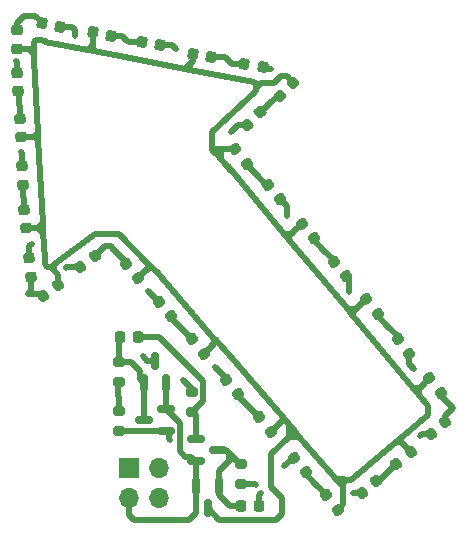
<source format=gbr>
%TF.GenerationSoftware,KiCad,Pcbnew,8.0.5*%
%TF.CreationDate,2024-10-10T15:52:27-04:00*%
%TF.ProjectId,MovieMarqueeSAO,4d6f7669-654d-4617-9271-75656553414f,rev?*%
%TF.SameCoordinates,Original*%
%TF.FileFunction,Copper,L1,Top*%
%TF.FilePolarity,Positive*%
%FSLAX46Y46*%
G04 Gerber Fmt 4.6, Leading zero omitted, Abs format (unit mm)*
G04 Created by KiCad (PCBNEW 8.0.5) date 2024-10-10 15:52:27*
%MOMM*%
%LPD*%
G01*
G04 APERTURE LIST*
G04 Aperture macros list*
%AMRoundRect*
0 Rectangle with rounded corners*
0 $1 Rounding radius*
0 $2 $3 $4 $5 $6 $7 $8 $9 X,Y pos of 4 corners*
0 Add a 4 corners polygon primitive as box body*
4,1,4,$2,$3,$4,$5,$6,$7,$8,$9,$2,$3,0*
0 Add four circle primitives for the rounded corners*
1,1,$1+$1,$2,$3*
1,1,$1+$1,$4,$5*
1,1,$1+$1,$6,$7*
1,1,$1+$1,$8,$9*
0 Add four rect primitives between the rounded corners*
20,1,$1+$1,$2,$3,$4,$5,0*
20,1,$1+$1,$4,$5,$6,$7,0*
20,1,$1+$1,$6,$7,$8,$9,0*
20,1,$1+$1,$8,$9,$2,$3,0*%
G04 Aperture macros list end*
%TA.AperFunction,ComponentPad*%
%ADD10O,1.700000X1.700000*%
%TD*%
%TA.AperFunction,ComponentPad*%
%ADD11R,1.700000X1.700000*%
%TD*%
%TA.AperFunction,SMDPad,CuDef*%
%ADD12RoundRect,0.218750X-0.002858X-0.336909X0.332287X-0.055689X0.002858X0.336909X-0.332287X0.055689X0*%
%TD*%
%TA.AperFunction,SMDPad,CuDef*%
%ADD13RoundRect,0.218750X0.002858X0.336909X-0.332287X0.055689X-0.002858X-0.336909X0.332287X-0.055689X0*%
%TD*%
%TA.AperFunction,SMDPad,CuDef*%
%ADD14RoundRect,0.218750X-0.336909X0.002858X-0.055689X-0.332287X0.336909X-0.002858X0.055689X0.332287X0*%
%TD*%
%TA.AperFunction,SMDPad,CuDef*%
%ADD15RoundRect,0.200000X0.275000X-0.200000X0.275000X0.200000X-0.275000X0.200000X-0.275000X-0.200000X0*%
%TD*%
%TA.AperFunction,SMDPad,CuDef*%
%ADD16RoundRect,0.200000X-0.275000X0.200000X-0.275000X-0.200000X0.275000X-0.200000X0.275000X0.200000X0*%
%TD*%
%TA.AperFunction,SMDPad,CuDef*%
%ADD17RoundRect,0.150000X-0.150000X0.587500X-0.150000X-0.587500X0.150000X-0.587500X0.150000X0.587500X0*%
%TD*%
%TA.AperFunction,SMDPad,CuDef*%
%ADD18RoundRect,0.150000X-0.587500X-0.150000X0.587500X-0.150000X0.587500X0.150000X-0.587500X0.150000X0*%
%TD*%
%TA.AperFunction,SMDPad,CuDef*%
%ADD19RoundRect,0.150000X0.587500X0.150000X-0.587500X0.150000X-0.587500X-0.150000X0.587500X-0.150000X0*%
%TD*%
%TA.AperFunction,SMDPad,CuDef*%
%ADD20RoundRect,0.218750X0.336909X-0.002858X0.055689X0.332287X-0.336909X0.002858X-0.055689X-0.332287X0*%
%TD*%
%TA.AperFunction,SMDPad,CuDef*%
%ADD21RoundRect,0.218750X0.008902X-0.336803X0.334028X-0.044059X-0.008902X0.336803X-0.334028X0.044059X0*%
%TD*%
%TA.AperFunction,SMDPad,CuDef*%
%ADD22RoundRect,0.218750X-0.026517X0.335876X-0.335876X0.026517X0.026517X-0.335876X0.335876X-0.026517X0*%
%TD*%
%TA.AperFunction,SMDPad,CuDef*%
%ADD23RoundRect,0.218750X0.263626X0.209802X-0.165836X0.293281X-0.263626X-0.209802X0.165836X-0.293281X0*%
%TD*%
%TA.AperFunction,SMDPad,CuDef*%
%ADD24RoundRect,0.218750X-0.263626X-0.209802X0.165836X-0.293281X0.263626X0.209802X-0.165836X0.293281X0*%
%TD*%
%TA.AperFunction,SMDPad,CuDef*%
%ADD25RoundRect,0.218750X0.259924X0.214371X-0.170929X0.290343X-0.259924X-0.214371X0.170929X-0.290343X0*%
%TD*%
%TA.AperFunction,SMDPad,CuDef*%
%ADD26RoundRect,0.218750X-0.259924X-0.214371X0.170929X-0.290343X0.259924X0.214371X-0.170929X0.290343X0*%
%TD*%
%TA.AperFunction,SMDPad,CuDef*%
%ADD27RoundRect,0.218750X0.252393X-0.223189X0.260029X0.214245X-0.252393X0.223189X-0.260029X-0.214245X0*%
%TD*%
%TA.AperFunction,SMDPad,CuDef*%
%ADD28RoundRect,0.218750X-0.267347X0.205039X-0.244450X-0.231861X0.267347X-0.205039X0.244450X0.231861X0*%
%TD*%
%TA.AperFunction,SMDPad,CuDef*%
%ADD29RoundRect,0.218750X0.270885X-0.200342X0.240367X0.236092X-0.270885X0.200342X-0.240367X-0.236092X0*%
%TD*%
%TA.AperFunction,SMDPad,CuDef*%
%ADD30RoundRect,0.218750X-0.270885X0.200342X-0.240367X-0.236092X0.270885X-0.200342X0.240367X0.236092X0*%
%TD*%
%TA.AperFunction,SMDPad,CuDef*%
%ADD31RoundRect,0.218750X-0.280999X0.185890X-0.227681X-0.248348X0.280999X-0.185890X0.227681X0.248348X0*%
%TD*%
%TA.AperFunction,SMDPad,CuDef*%
%ADD32RoundRect,0.218750X0.026352X0.335889X-0.327592X0.078733X-0.026352X-0.335889X0.327592X-0.078733X0*%
%TD*%
%TA.AperFunction,SMDPad,CuDef*%
%ADD33RoundRect,0.218750X-0.020486X-0.336297X0.328917X-0.073003X0.020486X0.336297X-0.328917X0.073003X0*%
%TD*%
%TA.AperFunction,SMDPad,CuDef*%
%ADD34RoundRect,0.225000X-0.225000X-0.250000X0.225000X-0.250000X0.225000X0.250000X-0.225000X0.250000X0*%
%TD*%
%TA.AperFunction,SMDPad,CuDef*%
%ADD35RoundRect,0.225000X0.225000X0.250000X-0.225000X0.250000X-0.225000X-0.250000X0.225000X-0.250000X0*%
%TD*%
%TA.AperFunction,SMDPad,CuDef*%
%ADD36RoundRect,0.150000X0.150000X-0.587500X0.150000X0.587500X-0.150000X0.587500X-0.150000X-0.587500X0*%
%TD*%
%TA.AperFunction,ViaPad*%
%ADD37C,0.350000*%
%TD*%
%TA.AperFunction,Conductor*%
%ADD38C,0.500000*%
%TD*%
G04 APERTURE END LIST*
D10*
%TO.P,J1,4,Pin_4*%
%TO.N,unconnected-(J1-Pin_4-Pad4)*%
X139800000Y-116700000D03*
%TO.P,J1,3,Pin_3*%
%TO.N,GND*%
X137260000Y-116700000D03*
%TO.P,J1,2,Pin_2*%
%TO.N,unconnected-(J1-Pin_2-Pad2)*%
X139800000Y-114160000D03*
D11*
%TO.P,J1,1,Pin_1*%
%TO.N,+3.3V*%
X137260000Y-114160000D03*
%TD*%
D12*
%TO.P,D32,2,A*%
%TO.N,+3.3V*%
X158200000Y-115300000D03*
%TO.P,D32,1,K*%
%TO.N,LEDp_out*%
X156993482Y-116312390D03*
%TD*%
D13*
%TO.P,D31,1,K*%
%TO.N,LEDn_out*%
X161103259Y-112793805D03*
%TO.P,D31,2,A*%
%TO.N,+3.3V*%
X159896741Y-113806195D03*
%TD*%
D12*
%TO.P,D30,1,K*%
%TO.N,LEDp_out*%
X162800000Y-111300000D03*
%TO.P,D30,2,A*%
%TO.N,+3.3V*%
X164006518Y-110287610D03*
%TD*%
D14*
%TO.P,D29,1,K*%
%TO.N,LEDn_out*%
X162687610Y-106593482D03*
%TO.P,D29,2,A*%
%TO.N,+3.3V*%
X163700000Y-107800000D03*
%TD*%
D15*
%TO.P,R4,1*%
%TO.N,+3.3V*%
X136400000Y-106850000D03*
%TO.P,R4,2*%
%TO.N,Net-(Q1-C)*%
X136400000Y-105200000D03*
%TD*%
D16*
%TO.P,R3,1*%
%TO.N,+3.3V*%
X142600000Y-107750000D03*
%TO.P,R3,2*%
%TO.N,Net-(Q2-B)*%
X142600000Y-109400000D03*
%TD*%
%TO.P,R2,1*%
%TO.N,+3.3V*%
X136400000Y-109350000D03*
%TO.P,R2,2*%
%TO.N,Net-(Q1-B)*%
X136400000Y-111000000D03*
%TD*%
D15*
%TO.P,R1,1*%
%TO.N,+3.3V*%
X146700000Y-115500000D03*
%TO.P,R1,2*%
%TO.N,Net-(Q2-C)*%
X146700000Y-113850000D03*
%TD*%
D17*
%TO.P,Q4,3,C*%
%TO.N,LEDn_out*%
X143900000Y-117600000D03*
%TO.P,Q4,2,E*%
%TO.N,GND*%
X142950000Y-115725000D03*
%TO.P,Q4,1,B*%
%TO.N,Net-(Q2-C)*%
X144850000Y-115725000D03*
%TD*%
D18*
%TO.P,Q2,1,B*%
%TO.N,Net-(Q2-B)*%
X142925000Y-111700000D03*
%TO.P,Q2,2,E*%
%TO.N,GND*%
X142925000Y-113600000D03*
%TO.P,Q2,3,C*%
%TO.N,Net-(Q2-C)*%
X144800000Y-112650000D03*
%TD*%
D19*
%TO.P,Q1,1,B*%
%TO.N,Net-(Q1-B)*%
X140362500Y-111037500D03*
%TO.P,Q1,2,E*%
%TO.N,GND*%
X140362500Y-109137500D03*
%TO.P,Q1,3,C*%
%TO.N,Net-(Q1-C)*%
X138487500Y-110087500D03*
%TD*%
D20*
%TO.P,D28,1,K*%
%TO.N,LEDp_out*%
X161000000Y-104500000D03*
%TO.P,D28,2,A*%
%TO.N,+3.3V*%
X159987610Y-103293482D03*
%TD*%
D14*
%TO.P,D27,1,K*%
%TO.N,LEDn_out*%
X157293805Y-99896741D03*
%TO.P,D27,2,A*%
%TO.N,+3.3V*%
X158306195Y-101103259D03*
%TD*%
D20*
%TO.P,D26,1,K*%
%TO.N,LEDp_out*%
X155600000Y-97900000D03*
%TO.P,D26,2,A*%
%TO.N,+3.3V*%
X154587610Y-96693482D03*
%TD*%
D14*
%TO.P,D25,1,K*%
%TO.N,LEDn_out*%
X151887610Y-93493482D03*
%TO.P,D25,2,A*%
%TO.N,+3.3V*%
X152900000Y-94700000D03*
%TD*%
D20*
%TO.P,D24,1,K*%
%TO.N,LEDp_out*%
X150000000Y-91400000D03*
%TO.P,D24,2,A*%
%TO.N,+3.3V*%
X148987610Y-90193482D03*
%TD*%
D14*
%TO.P,D23,1,K*%
%TO.N,LEDn_out*%
X146193805Y-87196741D03*
%TO.P,D23,2,A*%
%TO.N,+3.3V*%
X147206195Y-88403259D03*
%TD*%
D21*
%TO.P,D22,2,A*%
%TO.N,+3.3V*%
X148385227Y-84073063D03*
%TO.P,D22,1,K*%
%TO.N,LEDp_out*%
X147214773Y-85126937D03*
%TD*%
D22*
%TO.P,D21,1,K*%
%TO.N,LEDn_out*%
X151156844Y-81543151D03*
%TO.P,D21,2,A*%
%TO.N,+3.3V*%
X150043156Y-82656849D03*
%TD*%
D23*
%TO.P,D20,1,K*%
%TO.N,LEDp_out*%
X148573031Y-80250262D03*
%TO.P,D20,2,A*%
%TO.N,+3.3V*%
X147026969Y-79949738D03*
%TD*%
D24*
%TO.P,D19,1,K*%
%TO.N,LEDn_out*%
X142653938Y-79099476D03*
%TO.P,D19,2,A*%
%TO.N,+3.3V*%
X144200000Y-79400000D03*
%TD*%
D25*
%TO.P,D18,1,K*%
%TO.N,LEDp_out*%
X139875536Y-78400000D03*
%TO.P,D18,2,A*%
%TO.N,+3.3V*%
X138324464Y-78126504D03*
%TD*%
D26*
%TO.P,D17,1,K*%
%TO.N,LEDn_out*%
X134200000Y-77300000D03*
%TO.P,D17,2,A*%
%TO.N,+3.3V*%
X135751072Y-77573496D03*
%TD*%
D25*
%TO.P,D16,1,K*%
%TO.N,LEDp_out*%
X131400000Y-76800000D03*
%TO.P,D16,2,A*%
%TO.N,+3.3V*%
X129848926Y-76526504D03*
%TD*%
D27*
%TO.P,D15,1,K*%
%TO.N,LEDn_out*%
X127772510Y-78674760D03*
%TO.P,D15,2,A*%
%TO.N,+3.3V*%
X127800000Y-77100000D03*
%TD*%
D28*
%TO.P,D14,2,A*%
%TO.N,+3.3V*%
X127841214Y-82272840D03*
%TO.P,D14,1,K*%
%TO.N,LEDp_out*%
X127758786Y-80700000D03*
%TD*%
D29*
%TO.P,D13,1,K*%
%TO.N,LEDn_out*%
X128100000Y-86171162D03*
%TO.P,D13,2,A*%
%TO.N,+3.3V*%
X127990134Y-84600000D03*
%TD*%
D30*
%TO.P,D12,1,K*%
%TO.N,LEDp_out*%
X128200000Y-88600000D03*
%TO.P,D12,2,A*%
%TO.N,+3.3V*%
X128309866Y-90171162D03*
%TD*%
D29*
%TO.P,D11,1,K*%
%TO.N,LEDn_out*%
X128509866Y-93871162D03*
%TO.P,D11,2,A*%
%TO.N,+3.3V*%
X128400000Y-92300000D03*
%TD*%
D31*
%TO.P,D10,2,A*%
%TO.N,+3.3V*%
X128995972Y-97981630D03*
%TO.P,D10,1,K*%
%TO.N,LEDp_out*%
X128804028Y-96418370D03*
%TD*%
D32*
%TO.P,D9,1,K*%
%TO.N,LEDn_out*%
X131274200Y-98674236D03*
%TO.P,D9,2,A*%
%TO.N,+3.3V*%
X130000000Y-99600000D03*
%TD*%
D33*
%TO.P,D8,1,K*%
%TO.N,LEDp_out*%
X133142152Y-97147860D03*
%TO.P,D8,2,A*%
%TO.N,+3.3V*%
X134400000Y-96200000D03*
%TD*%
D20*
%TO.P,D7,2,A*%
%TO.N,+3.3V*%
X136993805Y-96896740D03*
%TO.P,D7,1,K*%
%TO.N,LEDn_out*%
X138006195Y-98103260D03*
%TD*%
D14*
%TO.P,D6,1,K*%
%TO.N,LEDp_out*%
X139787610Y-100093480D03*
%TO.P,D6,2,A*%
%TO.N,+3.3V*%
X140800000Y-101300000D03*
%TD*%
D20*
%TO.P,D5,1,K*%
%TO.N,LEDn_out*%
X143600000Y-104500000D03*
%TO.P,D5,2,A*%
%TO.N,+3.3V*%
X142587610Y-103293480D03*
%TD*%
D14*
%TO.P,D4,1,K*%
%TO.N,LEDp_out*%
X145487610Y-106693480D03*
%TO.P,D4,2,A*%
%TO.N,+3.3V*%
X146500000Y-107900000D03*
%TD*%
D20*
%TO.P,D3,1,K*%
%TO.N,LEDn_out*%
X149300000Y-111100000D03*
%TO.P,D3,2,A*%
%TO.N,+3.3V*%
X148287610Y-109893480D03*
%TD*%
D14*
%TO.P,D2,2,A*%
%TO.N,+3.3V*%
X152200000Y-114500000D03*
%TO.P,D2,1,K*%
%TO.N,LEDp_out*%
X151187610Y-113293480D03*
%TD*%
D20*
%TO.P,D1,1,K*%
%TO.N,LEDn_out*%
X154906195Y-117703260D03*
%TO.P,D1,2,A*%
%TO.N,+3.3V*%
X153893805Y-116496740D03*
%TD*%
D34*
%TO.P,C2,2*%
%TO.N,Net-(Q1-B)*%
X148274996Y-117399999D03*
%TO.P,C2,1*%
%TO.N,Net-(Q2-C)*%
X146725004Y-117400001D03*
%TD*%
D35*
%TO.P,C1,1*%
%TO.N,Net-(Q2-B)*%
X138000000Y-103100000D03*
%TO.P,C1,2*%
%TO.N,Net-(Q1-C)*%
X136450000Y-103100000D03*
%TD*%
D36*
%TO.P,Q3,1,B*%
%TO.N,Net-(Q1-C)*%
X138500000Y-106975000D03*
%TO.P,Q3,2,E*%
%TO.N,GND*%
X140400000Y-106975000D03*
%TO.P,Q3,3,C*%
%TO.N,LEDp_out*%
X139450000Y-105100000D03*
%TD*%
D37*
%TO.N,LEDp_out*%
X138400000Y-104700000D03*
%TO.N,Net-(Q1-B)*%
X140700000Y-111800000D03*
X148400000Y-116300000D03*
%TO.N,+3.3V*%
X148000000Y-115600000D03*
X141800000Y-106700000D03*
X136300000Y-108100000D03*
%TO.N,LEDp_out*%
X149300000Y-80400000D03*
X161400000Y-105800000D03*
X161900000Y-111500000D03*
X156200000Y-116300000D03*
X150400000Y-114000000D03*
X144500000Y-105600000D03*
X138900000Y-99200000D03*
X131900000Y-97200000D03*
X129000000Y-95200000D03*
X128100000Y-87400000D03*
X127700000Y-79700000D03*
X132700000Y-77600000D03*
X141200000Y-78700000D03*
X145900000Y-85700000D03*
X150600000Y-92800000D03*
X155900000Y-99300000D03*
%TO.N,+3.3V*%
X141700000Y-102400000D03*
X147400000Y-109000000D03*
X153100000Y-115600000D03*
X159100000Y-114600000D03*
X164700000Y-109100000D03*
X159200000Y-102200000D03*
X153700000Y-95700000D03*
X148000000Y-89300000D03*
X149200000Y-83300000D03*
X145700000Y-79700000D03*
X137000000Y-77900000D03*
X128400000Y-75900000D03*
X127900000Y-83400000D03*
X128300000Y-91200000D03*
X128700000Y-99400000D03*
X135900000Y-95600000D03*
%TD*%
D38*
%TO.N,LEDn_out*%
X145864911Y-104738459D02*
X144535088Y-103261540D01*
%TO.N,LEDp_out*%
X128804028Y-96418370D02*
X128804028Y-95395972D01*
X128804028Y-95395972D02*
X129000000Y-95200000D01*
X132700000Y-77100000D02*
X132700000Y-77600000D01*
%TO.N,LEDn_out*%
X149300000Y-111100000D02*
X150168166Y-110231834D01*
X150168166Y-110231834D02*
X150568166Y-110231834D01*
%TO.N,LEDp_out*%
X161000000Y-104500000D02*
X161000000Y-105400000D01*
X161000000Y-105400000D02*
X161400000Y-105800000D01*
X150600000Y-92800000D02*
X150600000Y-92000000D01*
X150600000Y-92000000D02*
X150000000Y-91400000D01*
X155900000Y-99300000D02*
X155900000Y-98200000D01*
X155900000Y-98200000D02*
X155600000Y-97900000D01*
X162800000Y-111300000D02*
X162100000Y-111300000D01*
X162100000Y-111300000D02*
X161900000Y-111500000D01*
X156993482Y-116312390D02*
X156212390Y-116312390D01*
X156212390Y-116312390D02*
X156200000Y-116300000D01*
X139450000Y-105100000D02*
X138800000Y-105100000D01*
X138800000Y-105100000D02*
X138400000Y-104700000D01*
X133142152Y-97147860D02*
X131952140Y-97147860D01*
X131952140Y-97147860D02*
X131900000Y-97200000D01*
X149300000Y-80400000D02*
X148722769Y-80400000D01*
X148722769Y-80400000D02*
X148573031Y-80250262D01*
X148573031Y-80250262D02*
X148449738Y-80250262D01*
%TO.N,Net-(Q1-B)*%
X140362500Y-111037500D02*
X140600000Y-111275000D01*
X140600000Y-111275000D02*
X140600000Y-111700000D01*
X140600000Y-111700000D02*
X140700000Y-111800000D01*
X148274996Y-117399999D02*
X148274996Y-116425004D01*
X148274996Y-116425004D02*
X148400000Y-116300000D01*
%TO.N,LEDp_out*%
X151187610Y-113293480D02*
X151106520Y-113293480D01*
X151106520Y-113293480D02*
X150400000Y-114000000D01*
%TO.N,LEDn_out*%
X150784254Y-111515746D02*
X150784254Y-110447922D01*
X150784254Y-110447922D02*
X150568166Y-110231834D01*
X151684254Y-111515746D02*
X151219217Y-110980783D01*
X151219217Y-110980783D02*
X150568166Y-110231834D01*
X150784254Y-111515746D02*
X151219217Y-111080783D01*
X151219217Y-111080783D02*
X151219217Y-110980783D01*
X154800000Y-115100000D02*
X151684254Y-111515746D01*
X143900000Y-117600000D02*
X144900000Y-118600000D01*
X144900000Y-118600000D02*
X149700000Y-118600000D01*
X149700000Y-118600000D02*
X150200000Y-118100000D01*
X149300000Y-113000000D02*
X150784254Y-111515746D01*
X150200000Y-118100000D02*
X150200000Y-116700000D01*
X149300000Y-115800000D02*
X149300000Y-113000000D01*
X150200000Y-116700000D02*
X149300000Y-115800000D01*
X150784254Y-111515746D02*
X151684254Y-111515746D01*
%TO.N,GND*%
X142950000Y-115725000D02*
X142950000Y-117950000D01*
X142950000Y-117950000D02*
X142300000Y-118600000D01*
X142300000Y-118600000D02*
X137700000Y-118600000D01*
X137700000Y-118600000D02*
X137260000Y-118160000D01*
X137260000Y-118160000D02*
X137260000Y-116700000D01*
%TO.N,+3.3V*%
X146700000Y-115500000D02*
X147900000Y-115500000D01*
X147900000Y-115500000D02*
X148000000Y-115600000D01*
%TO.N,Net-(Q2-B)*%
X142600000Y-109400000D02*
X143525000Y-108475000D01*
X143525000Y-108475000D02*
X143525000Y-106825000D01*
X143525000Y-106825000D02*
X139800000Y-103100000D01*
X139800000Y-103100000D02*
X138000000Y-103100000D01*
X142925000Y-111700000D02*
X142925000Y-109725000D01*
X142925000Y-109725000D02*
X142600000Y-109400000D01*
%TO.N,Net-(Q1-C)*%
X136400000Y-105200000D02*
X136400000Y-103150000D01*
X136400000Y-103150000D02*
X136450000Y-103100000D01*
%TO.N,+3.3V*%
X142600000Y-107750000D02*
X142600000Y-107500000D01*
X142600000Y-107500000D02*
X141800000Y-106700000D01*
X136300000Y-108100000D02*
X136300000Y-106950000D01*
X136300000Y-106950000D02*
X136400000Y-106850000D01*
X136400000Y-109350000D02*
X136400000Y-108200000D01*
X136400000Y-108200000D02*
X136300000Y-108100000D01*
%TO.N,Net-(Q1-B)*%
X136400000Y-111000000D02*
X140325000Y-111000000D01*
X140325000Y-111000000D02*
X140362500Y-111037500D01*
%TO.N,Net-(Q1-C)*%
X138500000Y-106975000D02*
X138500000Y-110075000D01*
X138500000Y-110075000D02*
X138487500Y-110087500D01*
X136400000Y-105200000D02*
X137400000Y-105200000D01*
X137400000Y-105200000D02*
X138200000Y-106000000D01*
X138200000Y-106000000D02*
X138200000Y-106675000D01*
X138200000Y-106675000D02*
X138500000Y-106975000D01*
%TO.N,GND*%
X140362500Y-109137500D02*
X140362500Y-107012500D01*
X140362500Y-107012500D02*
X140400000Y-106975000D01*
X140362500Y-109137500D02*
X141550000Y-110325000D01*
X141550000Y-110325000D02*
X141550000Y-112750000D01*
X141550000Y-112750000D02*
X142000000Y-113200000D01*
X142000000Y-113200000D02*
X142525000Y-113200000D01*
X142525000Y-113200000D02*
X142925000Y-113600000D01*
X142950000Y-115725000D02*
X142950000Y-113625000D01*
X142950000Y-113625000D02*
X142925000Y-113600000D01*
%TO.N,Net-(Q2-C)*%
X146725004Y-117400001D02*
X145800001Y-117400001D01*
X145800001Y-117400001D02*
X144850000Y-116450000D01*
X144850000Y-116450000D02*
X144850000Y-115725000D01*
X146075000Y-113225000D02*
X146325000Y-113475000D01*
X146325000Y-113475000D02*
X146700000Y-113850000D01*
X145750000Y-113550000D02*
X145900000Y-113400000D01*
X145900000Y-113400000D02*
X146250000Y-113400000D01*
X146250000Y-113400000D02*
X146325000Y-113475000D01*
X145550000Y-113750000D02*
X146075000Y-113225000D01*
X144850000Y-114450000D02*
X145550000Y-113750000D01*
X145500000Y-112650000D02*
X145725000Y-112875000D01*
X145725000Y-112875000D02*
X146075000Y-113225000D01*
X145550000Y-113750000D02*
X145750000Y-113550000D01*
X145750000Y-113550000D02*
X145750000Y-112900000D01*
X145750000Y-112900000D02*
X145725000Y-112875000D01*
X144850000Y-115725000D02*
X144850000Y-114450000D01*
X144800000Y-112650000D02*
X145500000Y-112650000D01*
%TO.N,LEDp_out*%
X145487610Y-106693480D02*
X145487610Y-106587610D01*
X145487610Y-106587610D02*
X144500000Y-105600000D01*
X139787610Y-100093480D02*
X139787610Y-100087610D01*
X139787610Y-100087610D02*
X138900000Y-99200000D01*
X139875536Y-78400000D02*
X140900000Y-78400000D01*
X140900000Y-78400000D02*
X141200000Y-78700000D01*
X147214773Y-85126937D02*
X146473063Y-85126937D01*
X146473063Y-85126937D02*
X145900000Y-85700000D01*
X150000000Y-91400000D02*
X150000000Y-91600000D01*
X155600000Y-97900000D02*
X155600000Y-98100000D01*
X131400000Y-76800000D02*
X132400000Y-76800000D01*
X132400000Y-76800000D02*
X132700000Y-77100000D01*
X127758786Y-80700000D02*
X127758786Y-79758786D01*
X127758786Y-79758786D02*
X127700000Y-79700000D01*
X128200000Y-88600000D02*
X128200000Y-87500000D01*
X128200000Y-87500000D02*
X128100000Y-87400000D01*
%TO.N,+3.3V*%
X128700000Y-99400000D02*
X129800000Y-99400000D01*
X129800000Y-99400000D02*
X130000000Y-99600000D01*
X128995972Y-97981630D02*
X128995972Y-99104028D01*
X128995972Y-99104028D02*
X128700000Y-99400000D01*
X128400000Y-92300000D02*
X128400000Y-91300000D01*
X128400000Y-91300000D02*
X128300000Y-91200000D01*
X128309866Y-90171162D02*
X128309866Y-91190134D01*
X128309866Y-91190134D02*
X128300000Y-91200000D01*
X127900000Y-82331626D02*
X127841214Y-82272840D01*
X129848926Y-76526504D02*
X129848926Y-76448926D01*
X129848926Y-76448926D02*
X129300000Y-75900000D01*
X129300000Y-75900000D02*
X128400000Y-75900000D01*
X127800000Y-77100000D02*
X127800000Y-76500000D01*
X127800000Y-76500000D02*
X128400000Y-75900000D01*
X135751072Y-77573496D02*
X136673496Y-77573496D01*
X136673496Y-77573496D02*
X137000000Y-77900000D01*
X138324464Y-78126504D02*
X137226504Y-78126504D01*
X137226504Y-78126504D02*
X137000000Y-77900000D01*
X144200000Y-79400000D02*
X145400000Y-79400000D01*
X145400000Y-79400000D02*
X145700000Y-79700000D01*
X147026969Y-79949738D02*
X145949738Y-79949738D01*
X145949738Y-79949738D02*
X145700000Y-79700000D01*
X150043156Y-82656849D02*
X149843151Y-82656849D01*
X149843151Y-82656849D02*
X149200000Y-83300000D01*
X148385227Y-84073063D02*
X148426937Y-84073063D01*
X148426937Y-84073063D02*
X149200000Y-83300000D01*
X147206195Y-88403259D02*
X147206195Y-88506195D01*
X147206195Y-88506195D02*
X148000000Y-89300000D01*
X148987610Y-90193482D02*
X148893482Y-90193482D01*
X148893482Y-90193482D02*
X148000000Y-89300000D01*
X152900000Y-94700000D02*
X152900000Y-94900000D01*
X152900000Y-94900000D02*
X153700000Y-95700000D01*
X154587610Y-96693482D02*
X154587610Y-96587610D01*
X154587610Y-96587610D02*
X153700000Y-95700000D01*
X158306195Y-101103259D02*
X158306195Y-101306195D01*
X158306195Y-101306195D02*
X159200000Y-102200000D01*
X159987610Y-103293482D02*
X159987610Y-102987610D01*
X159987610Y-102987610D02*
X159200000Y-102200000D01*
X163700000Y-107800000D02*
X163700000Y-108100000D01*
X163700000Y-108100000D02*
X164700000Y-109100000D01*
X164006518Y-110287610D02*
X164006518Y-109793482D01*
X164006518Y-109793482D02*
X164700000Y-109100000D01*
X159896741Y-113806195D02*
X159893805Y-113806195D01*
X159893805Y-113806195D02*
X159100000Y-114600000D01*
X158200000Y-115300000D02*
X158400000Y-115300000D01*
X158400000Y-115300000D02*
X159100000Y-114600000D01*
X153893805Y-116496740D02*
X153893805Y-116393805D01*
X153893805Y-116393805D02*
X153100000Y-115600000D01*
X152200000Y-114500000D02*
X152200000Y-114700000D01*
X152200000Y-114700000D02*
X153100000Y-115600000D01*
X148287610Y-109893480D02*
X148287610Y-109887610D01*
X148287610Y-109887610D02*
X147400000Y-109000000D01*
X146500000Y-107900000D02*
X146500000Y-108100000D01*
X146500000Y-108100000D02*
X147400000Y-109000000D01*
X140800000Y-101300000D02*
X140800000Y-101500000D01*
X140800000Y-101500000D02*
X141700000Y-102400000D01*
X142587610Y-103293480D02*
X142587610Y-103287610D01*
X142587610Y-103287610D02*
X141700000Y-102400000D01*
X136993805Y-96896740D02*
X136993805Y-96693805D01*
X136993805Y-96693805D02*
X135900000Y-95600000D01*
X134400000Y-96200000D02*
X135200000Y-95400000D01*
X135700000Y-95400000D02*
X135900000Y-95600000D01*
X135200000Y-95400000D02*
X135700000Y-95400000D01*
%TO.N,LEDn_out*%
X130890628Y-97409372D02*
X130624394Y-97143137D01*
X131274200Y-97792943D02*
X130890628Y-97409372D01*
X134400000Y-94400000D02*
X131040684Y-96840684D01*
X131040684Y-96840684D02*
X130624394Y-97143137D01*
X130890628Y-97409372D02*
X130890628Y-96990740D01*
X130890628Y-96990740D02*
X131040684Y-96840684D01*
X131274200Y-98674236D02*
X131274200Y-97792943D01*
X130100000Y-96400000D02*
X129989944Y-94300000D01*
X129989944Y-94300000D02*
X129958499Y-93700000D01*
X129471615Y-93871162D02*
X129561106Y-93871162D01*
X129561106Y-93871162D02*
X129989944Y-94300000D01*
X129000000Y-93871162D02*
X129787337Y-93871162D01*
X128509866Y-93871162D02*
X129000000Y-93871162D01*
X129958499Y-93700000D02*
X129942777Y-93400000D01*
X129942777Y-93400000D02*
X129575923Y-86400000D01*
X129000000Y-93871162D02*
X129471615Y-93871162D01*
X129471615Y-93871162D02*
X129942777Y-93400000D01*
X129787337Y-93871162D02*
X129958499Y-93700000D01*
X129575923Y-86400000D02*
X129544478Y-85800000D01*
X129222239Y-86122239D02*
X129298162Y-86122239D01*
X129173316Y-86171162D02*
X129222239Y-86122239D01*
X129298162Y-86122239D02*
X129575923Y-86400000D01*
X129544478Y-85800000D02*
X129219677Y-79602425D01*
X128100000Y-86171162D02*
X129173316Y-86171162D01*
X129173316Y-86171162D02*
X129544478Y-85800000D01*
X129219677Y-79602425D02*
X129219677Y-79100000D01*
X129219677Y-79100000D02*
X129219677Y-78500000D01*
X127772510Y-78674760D02*
X128794437Y-78674760D01*
X128794437Y-78674760D02*
X129219677Y-79100000D01*
X129219677Y-78500000D02*
X129219677Y-78080323D01*
X127772510Y-78674760D02*
X129044917Y-78674760D01*
X129044917Y-78674760D02*
X129219677Y-78500000D01*
X136903939Y-79382019D02*
X134300000Y-78875863D01*
X134200000Y-78378673D02*
X134200000Y-78775863D01*
X134300000Y-78875863D02*
X133800000Y-78778673D01*
X134200000Y-78775863D02*
X134300000Y-78875863D01*
X133800000Y-78778673D02*
X130144496Y-78068114D01*
X134200000Y-77300000D02*
X134200000Y-78378673D01*
X134200000Y-78378673D02*
X133800000Y-78778673D01*
X147800000Y-81500000D02*
X142400000Y-80450346D01*
X142400000Y-80450346D02*
X142000000Y-80372594D01*
X142436297Y-79936297D02*
X142436297Y-80414049D01*
X142653938Y-79718656D02*
X142436297Y-79936297D01*
X142436297Y-80414049D02*
X142400000Y-80450346D01*
X142653938Y-79718656D02*
X142000000Y-80372594D01*
X142000000Y-80372594D02*
X136903939Y-79382019D01*
X142653938Y-79099476D02*
X142653938Y-79718656D01*
X150613693Y-81000000D02*
X150100000Y-81000000D01*
X151156844Y-81543151D02*
X150613693Y-81000000D01*
X150100000Y-81000000D02*
X149556849Y-81543151D01*
X149556849Y-81543151D02*
X148456849Y-81543151D01*
X147800000Y-81500000D02*
X148000000Y-81700000D01*
X148000000Y-81700000D02*
X148000000Y-82000000D01*
X148456849Y-81543151D02*
X148000000Y-82000000D01*
X148000000Y-82000000D02*
X148000000Y-82263645D01*
X145919566Y-89012730D02*
X144974474Y-87925526D01*
X144974474Y-87925526D02*
X144680433Y-87587270D01*
X145070962Y-87196741D02*
X145070962Y-87829038D01*
X145070962Y-87829038D02*
X144974474Y-87925526D01*
X145070962Y-87196741D02*
X144335073Y-87196741D01*
X144335073Y-87196741D02*
X144265907Y-87265907D01*
X146193805Y-87196741D02*
X145070962Y-87196741D01*
X145070962Y-87196741D02*
X144680433Y-87587270D01*
X151340546Y-94040546D02*
X150829071Y-94552021D01*
X151340546Y-94040546D02*
X151053907Y-94327185D01*
X151887610Y-93493482D02*
X151340546Y-94040546D01*
X145601457Y-88640902D02*
X150372815Y-94327185D01*
X150372815Y-94327185D02*
X150829071Y-94870929D01*
X151053907Y-94327185D02*
X150372815Y-94327185D01*
X150829071Y-94552021D02*
X150829071Y-94870929D01*
X150829071Y-94870929D02*
X155756632Y-100743368D01*
X156167262Y-101232738D02*
X156258513Y-101341487D01*
X156258513Y-101341487D02*
X161322951Y-107377049D01*
X156645273Y-100545273D02*
X156258513Y-100932033D01*
X156258513Y-100932033D02*
X156258513Y-101341487D01*
X156645273Y-100545273D02*
X156167262Y-101023284D01*
X156447178Y-100743368D02*
X155756632Y-100743368D01*
X157293805Y-99896741D02*
X156645273Y-100545273D01*
X155756632Y-100743368D02*
X156167262Y-101232738D01*
X156645273Y-100545273D02*
X156447178Y-100743368D01*
X156167262Y-101023284D02*
X156167262Y-101232738D01*
X162140546Y-107140546D02*
X161824833Y-107456259D01*
X162687610Y-106593482D02*
X162140546Y-107140546D01*
X161322951Y-107377049D02*
X161687956Y-107812044D01*
X162140546Y-107140546D02*
X161904043Y-107377049D01*
X161904043Y-107377049D02*
X161322951Y-107377049D01*
X161824833Y-107456259D02*
X161824833Y-107975167D01*
X161687956Y-107812044D02*
X161824833Y-107975167D01*
X161824833Y-107975167D02*
X162605336Y-108905336D01*
X162687610Y-106593482D02*
X161687956Y-107593136D01*
X161687956Y-107593136D02*
X161687956Y-107812044D01*
X162605336Y-109651478D02*
X160292325Y-111592325D01*
X160292325Y-111592325D02*
X159857329Y-111957329D01*
X161103259Y-112793805D02*
X160292325Y-111982871D01*
X160292325Y-111982871D02*
X160292325Y-111592325D01*
X159857329Y-111957329D02*
X156037219Y-115162781D01*
X161103259Y-112793805D02*
X160266783Y-111957329D01*
X160266783Y-111957329D02*
X159857329Y-111957329D01*
X155400000Y-115800000D02*
X155400000Y-115460588D01*
X155400000Y-115460588D02*
X155697807Y-115162781D01*
X155400000Y-115800000D02*
X155400000Y-115141956D01*
X155400000Y-117209455D02*
X155400000Y-115800000D01*
X155400000Y-115800000D02*
X155400000Y-115700000D01*
X155400000Y-115700000D02*
X154800000Y-115100000D01*
X155697807Y-115162781D02*
X155400000Y-115141956D01*
X155400000Y-115141956D02*
X154800000Y-115100000D01*
X154906195Y-117703260D02*
X155400000Y-117209455D01*
X143600000Y-104500000D02*
X144448216Y-103651784D01*
X144476187Y-103223813D02*
X139583955Y-97595943D01*
X143600000Y-104500000D02*
X144476187Y-103623813D01*
X144476187Y-103623813D02*
X144476187Y-103223813D01*
X139200000Y-97200000D02*
X138900000Y-96900000D01*
X138900000Y-96900000D02*
X136400000Y-94400000D01*
X138006195Y-98103260D02*
X138900000Y-97209455D01*
X138900000Y-97209455D02*
X138900000Y-96900000D01*
X139583955Y-97583955D02*
X139200000Y-97200000D01*
X138909455Y-97200000D02*
X139200000Y-97200000D01*
X138006195Y-98103260D02*
X138909455Y-97200000D01*
X129219677Y-78080323D02*
X129400000Y-77900000D01*
X129400000Y-77900000D02*
X129632553Y-77949430D01*
X129617103Y-77945010D02*
X130182896Y-78054989D01*
X130100000Y-96900000D02*
X130100000Y-96400000D01*
X130343137Y-97143137D02*
X130100000Y-96900000D01*
X130624394Y-97143137D02*
X130343137Y-97143137D01*
X136400000Y-94400000D02*
X134400000Y-94400000D01*
X139583955Y-97595943D02*
X139583955Y-97583955D01*
X156037219Y-115162781D02*
X155697807Y-115162781D01*
X162605336Y-108905336D02*
X162605336Y-109651478D01*
X144680433Y-87587270D02*
X144587270Y-87587270D01*
X144587270Y-87587270D02*
X144265907Y-87265907D01*
X144265907Y-85761384D02*
X147921185Y-82352782D01*
X144265907Y-87265907D02*
X144265907Y-85761384D01*
%TO.N,+3.3V*%
X127990134Y-83490134D02*
X127900000Y-83400000D01*
X127990134Y-84600000D02*
X127990134Y-83490134D01*
X127900000Y-83400000D02*
X127900000Y-82331626D01*
%TO.N,LEDn_out*%
X150784254Y-110447922D02*
X145881484Y-104807929D01*
%TD*%
M02*

</source>
